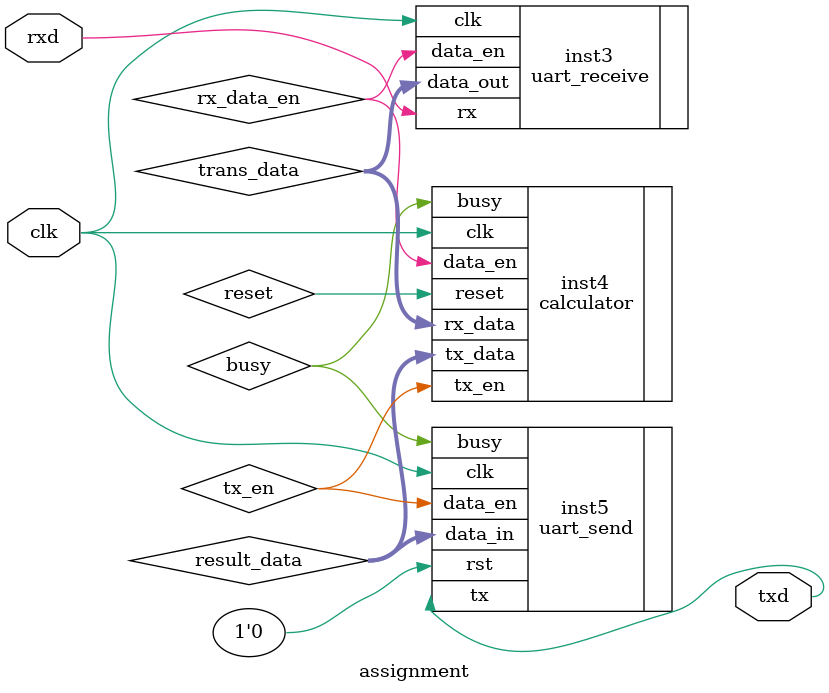
<source format=v>
module assignment(
	input wire clk,
	input wire rxd,
	
	output txd
	
);
reg reset ;
wire rx_data_en;
wire [7:0] trans_data;
wire [7:0] result_data;
wire tx_en;
wire busy;


uart_receive inst3(
		.clk(clk),
		.rx(rxd),
		.data_en(rx_data_en),
		.data_out(trans_data)
);
calculator inst4(
		.clk(clk),
		.reset(reset),
		.data_en(rx_data_en),
		.busy(busy),
		.rx_data(trans_data),
		.tx_data(result_data),
		.tx_en(tx_en)
);
uart_send inst5(
		.clk(clk),
		.rst(1'b0),
		.data_in(result_data),
		.data_en(tx_en),
		.tx(txd),
		.busy(busy)
);  
endmodule 
</source>
